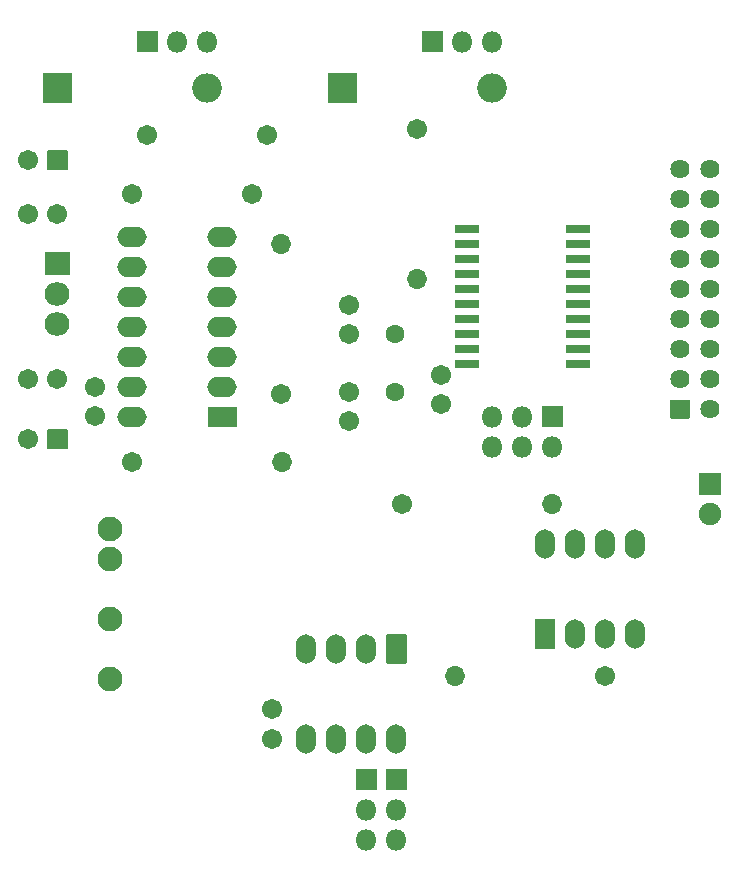
<source format=gbr>
G04 #@! TF.GenerationSoftware,KiCad,Pcbnew,(5.1.12)-1*
G04 #@! TF.CreationDate,2022-07-24T17:57:49+02:00*
G04 #@! TF.ProjectId,DMX2SGM,444d5832-5347-44d2-9e6b-696361645f70,0.2*
G04 #@! TF.SameCoordinates,Original*
G04 #@! TF.FileFunction,Soldermask,Bot*
G04 #@! TF.FilePolarity,Negative*
%FSLAX46Y46*%
G04 Gerber Fmt 4.6, Leading zero omitted, Abs format (unit mm)*
G04 Created by KiCad (PCBNEW (5.1.12)-1) date 2022-07-24 17:57:49*
%MOMM*%
%LPD*%
G01*
G04 APERTURE LIST*
%ADD10O,1.702000X1.702000*%
%ADD11C,1.702000*%
%ADD12O,2.502000X2.502000*%
%ADD13C,1.602000*%
%ADD14O,2.502000X1.702000*%
%ADD15O,2.102000X2.007000*%
%ADD16O,1.702000X2.502000*%
%ADD17O,1.802000X1.802000*%
%ADD18C,1.902000*%
%ADD19C,1.626000*%
%ADD20C,2.102000*%
G04 APERTURE END LIST*
D10*
X84963000Y-75565000D03*
D11*
X84963000Y-88265000D03*
D12*
X102870000Y-62357000D03*
G36*
G01*
X88919000Y-63557000D02*
X88919000Y-61157000D01*
G75*
G02*
X88970000Y-61106000I51000J0D01*
G01*
X91370000Y-61106000D01*
G75*
G02*
X91421000Y-61157000I0J-51000D01*
G01*
X91421000Y-63557000D01*
G75*
G02*
X91370000Y-63608000I-51000J0D01*
G01*
X88970000Y-63608000D01*
G75*
G02*
X88919000Y-63557000I0J51000D01*
G01*
G37*
D13*
X94615000Y-88065000D03*
X94615000Y-83185000D03*
D14*
X72390000Y-90170000D03*
X80010000Y-74930000D03*
X72390000Y-87630000D03*
X80010000Y-77470000D03*
X72390000Y-85090000D03*
X80010000Y-80010000D03*
X72390000Y-82550000D03*
X80010000Y-82550000D03*
X72390000Y-80010000D03*
X80010000Y-85090000D03*
X72390000Y-77470000D03*
X80010000Y-87630000D03*
X72390000Y-74930000D03*
G36*
G01*
X81261000Y-89370000D02*
X81261000Y-90970000D01*
G75*
G02*
X81210000Y-91021000I-51000J0D01*
G01*
X78810000Y-91021000D01*
G75*
G02*
X78759000Y-90970000I0J51000D01*
G01*
X78759000Y-89370000D01*
G75*
G02*
X78810000Y-89319000I51000J0D01*
G01*
X81210000Y-89319000D01*
G75*
G02*
X81261000Y-89370000I0J-51000D01*
G01*
G37*
D15*
X66040000Y-82296000D03*
X66040000Y-79756000D03*
G36*
G01*
X65040000Y-76212500D02*
X67040000Y-76212500D01*
G75*
G02*
X67091000Y-76263500I0J-51000D01*
G01*
X67091000Y-78168500D01*
G75*
G02*
X67040000Y-78219500I-51000J0D01*
G01*
X65040000Y-78219500D01*
G75*
G02*
X64989000Y-78168500I0J51000D01*
G01*
X64989000Y-76263500D01*
G75*
G02*
X65040000Y-76212500I51000J0D01*
G01*
G37*
D11*
X63540000Y-86995000D03*
X66040000Y-86995000D03*
X69215000Y-87630000D03*
X69215000Y-90130000D03*
X63540000Y-92075000D03*
G36*
G01*
X66891000Y-91275000D02*
X66891000Y-92875000D01*
G75*
G02*
X66840000Y-92926000I-51000J0D01*
G01*
X65240000Y-92926000D01*
G75*
G02*
X65189000Y-92875000I0J51000D01*
G01*
X65189000Y-91275000D01*
G75*
G02*
X65240000Y-91224000I51000J0D01*
G01*
X66840000Y-91224000D01*
G75*
G02*
X66891000Y-91275000I0J-51000D01*
G01*
G37*
X63540000Y-73025000D03*
X66040000Y-73025000D03*
X63540000Y-68453000D03*
G36*
G01*
X66891000Y-67653000D02*
X66891000Y-69253000D01*
G75*
G02*
X66840000Y-69304000I-51000J0D01*
G01*
X65240000Y-69304000D01*
G75*
G02*
X65189000Y-69253000I0J51000D01*
G01*
X65189000Y-67653000D01*
G75*
G02*
X65240000Y-67602000I51000J0D01*
G01*
X66840000Y-67602000D01*
G75*
G02*
X66891000Y-67653000I0J-51000D01*
G01*
G37*
D16*
X107315000Y-100965000D03*
X114935000Y-108585000D03*
X109855000Y-100965000D03*
X112395000Y-108585000D03*
X112395000Y-100965000D03*
X109855000Y-108585000D03*
X114935000Y-100965000D03*
G36*
G01*
X108115000Y-109836000D02*
X106515000Y-109836000D01*
G75*
G02*
X106464000Y-109785000I0J51000D01*
G01*
X106464000Y-107385000D01*
G75*
G02*
X106515000Y-107334000I51000J0D01*
G01*
X108115000Y-107334000D01*
G75*
G02*
X108166000Y-107385000I0J-51000D01*
G01*
X108166000Y-109785000D01*
G75*
G02*
X108115000Y-109836000I-51000J0D01*
G01*
G37*
X94742000Y-117475000D03*
X87122000Y-109855000D03*
X92202000Y-117475000D03*
X89662000Y-109855000D03*
X89662000Y-117475000D03*
X92202000Y-109855000D03*
X87122000Y-117475000D03*
G36*
G01*
X93942000Y-108604000D02*
X95542000Y-108604000D01*
G75*
G02*
X95593000Y-108655000I0J-51000D01*
G01*
X95593000Y-111055000D01*
G75*
G02*
X95542000Y-111106000I-51000J0D01*
G01*
X93942000Y-111106000D01*
G75*
G02*
X93891000Y-111055000I0J51000D01*
G01*
X93891000Y-108655000D01*
G75*
G02*
X93942000Y-108604000I51000J0D01*
G01*
G37*
D11*
X72360000Y-71294000D03*
X73660000Y-66294000D03*
X82520000Y-71294000D03*
X83820000Y-66294000D03*
D10*
X85090000Y-93980000D03*
D11*
X72390000Y-93980000D03*
D10*
X99695000Y-112141000D03*
D11*
X112395000Y-112141000D03*
D10*
X96520000Y-78486000D03*
D11*
X96520000Y-65786000D03*
D10*
X107950000Y-97536000D03*
D11*
X95250000Y-97536000D03*
D17*
X78740000Y-58420000D03*
X76200000Y-58420000D03*
G36*
G01*
X74510000Y-59321000D02*
X72810000Y-59321000D01*
G75*
G02*
X72759000Y-59270000I0J51000D01*
G01*
X72759000Y-57570000D01*
G75*
G02*
X72810000Y-57519000I51000J0D01*
G01*
X74510000Y-57519000D01*
G75*
G02*
X74561000Y-57570000I0J-51000D01*
G01*
X74561000Y-59270000D01*
G75*
G02*
X74510000Y-59321000I-51000J0D01*
G01*
G37*
X102870000Y-58420000D03*
X100330000Y-58420000D03*
G36*
G01*
X98640000Y-59321000D02*
X96940000Y-59321000D01*
G75*
G02*
X96889000Y-59270000I0J51000D01*
G01*
X96889000Y-57570000D01*
G75*
G02*
X96940000Y-57519000I51000J0D01*
G01*
X98640000Y-57519000D01*
G75*
G02*
X98691000Y-57570000I0J-51000D01*
G01*
X98691000Y-59270000D01*
G75*
G02*
X98640000Y-59321000I-51000J0D01*
G01*
G37*
X94742000Y-125984000D03*
X94742000Y-123444000D03*
G36*
G01*
X93841000Y-121754000D02*
X93841000Y-120054000D01*
G75*
G02*
X93892000Y-120003000I51000J0D01*
G01*
X95592000Y-120003000D01*
G75*
G02*
X95643000Y-120054000I0J-51000D01*
G01*
X95643000Y-121754000D01*
G75*
G02*
X95592000Y-121805000I-51000J0D01*
G01*
X93892000Y-121805000D01*
G75*
G02*
X93841000Y-121754000I0J51000D01*
G01*
G37*
X92202000Y-125984000D03*
X92202000Y-123444000D03*
G36*
G01*
X91301000Y-121754000D02*
X91301000Y-120054000D01*
G75*
G02*
X91352000Y-120003000I51000J0D01*
G01*
X93052000Y-120003000D01*
G75*
G02*
X93103000Y-120054000I0J-51000D01*
G01*
X93103000Y-121754000D01*
G75*
G02*
X93052000Y-121805000I-51000J0D01*
G01*
X91352000Y-121805000D01*
G75*
G02*
X91301000Y-121754000I0J51000D01*
G01*
G37*
X102870000Y-92710000D03*
X102870000Y-90170000D03*
X105410000Y-92710000D03*
X105410000Y-90170000D03*
X107950000Y-92710000D03*
G36*
G01*
X107100000Y-89269000D02*
X108800000Y-89269000D01*
G75*
G02*
X108851000Y-89320000I0J-51000D01*
G01*
X108851000Y-91020000D01*
G75*
G02*
X108800000Y-91071000I-51000J0D01*
G01*
X107100000Y-91071000D01*
G75*
G02*
X107049000Y-91020000I0J51000D01*
G01*
X107049000Y-89320000D01*
G75*
G02*
X107100000Y-89269000I51000J0D01*
G01*
G37*
D12*
X78740000Y-62357000D03*
G36*
G01*
X64789000Y-63557000D02*
X64789000Y-61157000D01*
G75*
G02*
X64840000Y-61106000I51000J0D01*
G01*
X67240000Y-61106000D01*
G75*
G02*
X67291000Y-61157000I0J-51000D01*
G01*
X67291000Y-63557000D01*
G75*
G02*
X67240000Y-63608000I-51000J0D01*
G01*
X64840000Y-63608000D01*
G75*
G02*
X64789000Y-63557000I0J51000D01*
G01*
G37*
D18*
X121285000Y-98425000D03*
G36*
G01*
X120385000Y-94934000D02*
X122185000Y-94934000D01*
G75*
G02*
X122236000Y-94985000I0J-51000D01*
G01*
X122236000Y-96785000D01*
G75*
G02*
X122185000Y-96836000I-51000J0D01*
G01*
X120385000Y-96836000D01*
G75*
G02*
X120334000Y-96785000I0J51000D01*
G01*
X120334000Y-94985000D01*
G75*
G02*
X120385000Y-94934000I51000J0D01*
G01*
G37*
D11*
X90765000Y-80685000D03*
X90765000Y-83185000D03*
X84201000Y-117435000D03*
X84201000Y-114935000D03*
X90765000Y-88065000D03*
X90765000Y-90565000D03*
X98552000Y-89114000D03*
X98552000Y-86614000D03*
D19*
X121285000Y-89535000D03*
X121285000Y-86995000D03*
X121285000Y-84455000D03*
X121285000Y-81915000D03*
X121285000Y-79375000D03*
X121285000Y-76835000D03*
X121285000Y-74295000D03*
X121285000Y-71755000D03*
X121285000Y-69215000D03*
X118745000Y-69215000D03*
X118745000Y-71755000D03*
X118745000Y-74295000D03*
X118745000Y-76835000D03*
X118745000Y-79375000D03*
X118745000Y-81915000D03*
X118745000Y-84455000D03*
X118745000Y-86995000D03*
G36*
G01*
X117932000Y-90297000D02*
X117932000Y-88773000D01*
G75*
G02*
X117983000Y-88722000I51000J0D01*
G01*
X119507000Y-88722000D01*
G75*
G02*
X119558000Y-88773000I0J-51000D01*
G01*
X119558000Y-90297000D01*
G75*
G02*
X119507000Y-90348000I-51000J0D01*
G01*
X117983000Y-90348000D01*
G75*
G02*
X117932000Y-90297000I0J51000D01*
G01*
G37*
D20*
X70485000Y-99695000D03*
X70485000Y-102235000D03*
X70485000Y-107315000D03*
X70485000Y-112395000D03*
G36*
G01*
X111136000Y-73995000D02*
X111136000Y-74595000D01*
G75*
G02*
X111085000Y-74646000I-51000J0D01*
G01*
X109135000Y-74646000D01*
G75*
G02*
X109084000Y-74595000I0J51000D01*
G01*
X109084000Y-73995000D01*
G75*
G02*
X109135000Y-73944000I51000J0D01*
G01*
X111085000Y-73944000D01*
G75*
G02*
X111136000Y-73995000I0J-51000D01*
G01*
G37*
G36*
G01*
X111136000Y-75265000D02*
X111136000Y-75865000D01*
G75*
G02*
X111085000Y-75916000I-51000J0D01*
G01*
X109135000Y-75916000D01*
G75*
G02*
X109084000Y-75865000I0J51000D01*
G01*
X109084000Y-75265000D01*
G75*
G02*
X109135000Y-75214000I51000J0D01*
G01*
X111085000Y-75214000D01*
G75*
G02*
X111136000Y-75265000I0J-51000D01*
G01*
G37*
G36*
G01*
X111136000Y-76535000D02*
X111136000Y-77135000D01*
G75*
G02*
X111085000Y-77186000I-51000J0D01*
G01*
X109135000Y-77186000D01*
G75*
G02*
X109084000Y-77135000I0J51000D01*
G01*
X109084000Y-76535000D01*
G75*
G02*
X109135000Y-76484000I51000J0D01*
G01*
X111085000Y-76484000D01*
G75*
G02*
X111136000Y-76535000I0J-51000D01*
G01*
G37*
G36*
G01*
X111136000Y-77805000D02*
X111136000Y-78405000D01*
G75*
G02*
X111085000Y-78456000I-51000J0D01*
G01*
X109135000Y-78456000D01*
G75*
G02*
X109084000Y-78405000I0J51000D01*
G01*
X109084000Y-77805000D01*
G75*
G02*
X109135000Y-77754000I51000J0D01*
G01*
X111085000Y-77754000D01*
G75*
G02*
X111136000Y-77805000I0J-51000D01*
G01*
G37*
G36*
G01*
X111136000Y-79075000D02*
X111136000Y-79675000D01*
G75*
G02*
X111085000Y-79726000I-51000J0D01*
G01*
X109135000Y-79726000D01*
G75*
G02*
X109084000Y-79675000I0J51000D01*
G01*
X109084000Y-79075000D01*
G75*
G02*
X109135000Y-79024000I51000J0D01*
G01*
X111085000Y-79024000D01*
G75*
G02*
X111136000Y-79075000I0J-51000D01*
G01*
G37*
G36*
G01*
X111136000Y-80345000D02*
X111136000Y-80945000D01*
G75*
G02*
X111085000Y-80996000I-51000J0D01*
G01*
X109135000Y-80996000D01*
G75*
G02*
X109084000Y-80945000I0J51000D01*
G01*
X109084000Y-80345000D01*
G75*
G02*
X109135000Y-80294000I51000J0D01*
G01*
X111085000Y-80294000D01*
G75*
G02*
X111136000Y-80345000I0J-51000D01*
G01*
G37*
G36*
G01*
X111136000Y-81615000D02*
X111136000Y-82215000D01*
G75*
G02*
X111085000Y-82266000I-51000J0D01*
G01*
X109135000Y-82266000D01*
G75*
G02*
X109084000Y-82215000I0J51000D01*
G01*
X109084000Y-81615000D01*
G75*
G02*
X109135000Y-81564000I51000J0D01*
G01*
X111085000Y-81564000D01*
G75*
G02*
X111136000Y-81615000I0J-51000D01*
G01*
G37*
G36*
G01*
X111136000Y-82885000D02*
X111136000Y-83485000D01*
G75*
G02*
X111085000Y-83536000I-51000J0D01*
G01*
X109135000Y-83536000D01*
G75*
G02*
X109084000Y-83485000I0J51000D01*
G01*
X109084000Y-82885000D01*
G75*
G02*
X109135000Y-82834000I51000J0D01*
G01*
X111085000Y-82834000D01*
G75*
G02*
X111136000Y-82885000I0J-51000D01*
G01*
G37*
G36*
G01*
X111136000Y-84155000D02*
X111136000Y-84755000D01*
G75*
G02*
X111085000Y-84806000I-51000J0D01*
G01*
X109135000Y-84806000D01*
G75*
G02*
X109084000Y-84755000I0J51000D01*
G01*
X109084000Y-84155000D01*
G75*
G02*
X109135000Y-84104000I51000J0D01*
G01*
X111085000Y-84104000D01*
G75*
G02*
X111136000Y-84155000I0J-51000D01*
G01*
G37*
G36*
G01*
X111136000Y-85425000D02*
X111136000Y-86025000D01*
G75*
G02*
X111085000Y-86076000I-51000J0D01*
G01*
X109135000Y-86076000D01*
G75*
G02*
X109084000Y-86025000I0J51000D01*
G01*
X109084000Y-85425000D01*
G75*
G02*
X109135000Y-85374000I51000J0D01*
G01*
X111085000Y-85374000D01*
G75*
G02*
X111136000Y-85425000I0J-51000D01*
G01*
G37*
G36*
G01*
X101736000Y-85425000D02*
X101736000Y-86025000D01*
G75*
G02*
X101685000Y-86076000I-51000J0D01*
G01*
X99735000Y-86076000D01*
G75*
G02*
X99684000Y-86025000I0J51000D01*
G01*
X99684000Y-85425000D01*
G75*
G02*
X99735000Y-85374000I51000J0D01*
G01*
X101685000Y-85374000D01*
G75*
G02*
X101736000Y-85425000I0J-51000D01*
G01*
G37*
G36*
G01*
X101736000Y-84155000D02*
X101736000Y-84755000D01*
G75*
G02*
X101685000Y-84806000I-51000J0D01*
G01*
X99735000Y-84806000D01*
G75*
G02*
X99684000Y-84755000I0J51000D01*
G01*
X99684000Y-84155000D01*
G75*
G02*
X99735000Y-84104000I51000J0D01*
G01*
X101685000Y-84104000D01*
G75*
G02*
X101736000Y-84155000I0J-51000D01*
G01*
G37*
G36*
G01*
X101736000Y-82885000D02*
X101736000Y-83485000D01*
G75*
G02*
X101685000Y-83536000I-51000J0D01*
G01*
X99735000Y-83536000D01*
G75*
G02*
X99684000Y-83485000I0J51000D01*
G01*
X99684000Y-82885000D01*
G75*
G02*
X99735000Y-82834000I51000J0D01*
G01*
X101685000Y-82834000D01*
G75*
G02*
X101736000Y-82885000I0J-51000D01*
G01*
G37*
G36*
G01*
X101736000Y-81615000D02*
X101736000Y-82215000D01*
G75*
G02*
X101685000Y-82266000I-51000J0D01*
G01*
X99735000Y-82266000D01*
G75*
G02*
X99684000Y-82215000I0J51000D01*
G01*
X99684000Y-81615000D01*
G75*
G02*
X99735000Y-81564000I51000J0D01*
G01*
X101685000Y-81564000D01*
G75*
G02*
X101736000Y-81615000I0J-51000D01*
G01*
G37*
G36*
G01*
X101736000Y-80345000D02*
X101736000Y-80945000D01*
G75*
G02*
X101685000Y-80996000I-51000J0D01*
G01*
X99735000Y-80996000D01*
G75*
G02*
X99684000Y-80945000I0J51000D01*
G01*
X99684000Y-80345000D01*
G75*
G02*
X99735000Y-80294000I51000J0D01*
G01*
X101685000Y-80294000D01*
G75*
G02*
X101736000Y-80345000I0J-51000D01*
G01*
G37*
G36*
G01*
X101736000Y-79075000D02*
X101736000Y-79675000D01*
G75*
G02*
X101685000Y-79726000I-51000J0D01*
G01*
X99735000Y-79726000D01*
G75*
G02*
X99684000Y-79675000I0J51000D01*
G01*
X99684000Y-79075000D01*
G75*
G02*
X99735000Y-79024000I51000J0D01*
G01*
X101685000Y-79024000D01*
G75*
G02*
X101736000Y-79075000I0J-51000D01*
G01*
G37*
G36*
G01*
X101736000Y-77805000D02*
X101736000Y-78405000D01*
G75*
G02*
X101685000Y-78456000I-51000J0D01*
G01*
X99735000Y-78456000D01*
G75*
G02*
X99684000Y-78405000I0J51000D01*
G01*
X99684000Y-77805000D01*
G75*
G02*
X99735000Y-77754000I51000J0D01*
G01*
X101685000Y-77754000D01*
G75*
G02*
X101736000Y-77805000I0J-51000D01*
G01*
G37*
G36*
G01*
X101736000Y-76535000D02*
X101736000Y-77135000D01*
G75*
G02*
X101685000Y-77186000I-51000J0D01*
G01*
X99735000Y-77186000D01*
G75*
G02*
X99684000Y-77135000I0J51000D01*
G01*
X99684000Y-76535000D01*
G75*
G02*
X99735000Y-76484000I51000J0D01*
G01*
X101685000Y-76484000D01*
G75*
G02*
X101736000Y-76535000I0J-51000D01*
G01*
G37*
G36*
G01*
X101736000Y-75265000D02*
X101736000Y-75865000D01*
G75*
G02*
X101685000Y-75916000I-51000J0D01*
G01*
X99735000Y-75916000D01*
G75*
G02*
X99684000Y-75865000I0J51000D01*
G01*
X99684000Y-75265000D01*
G75*
G02*
X99735000Y-75214000I51000J0D01*
G01*
X101685000Y-75214000D01*
G75*
G02*
X101736000Y-75265000I0J-51000D01*
G01*
G37*
G36*
G01*
X101736000Y-73995000D02*
X101736000Y-74595000D01*
G75*
G02*
X101685000Y-74646000I-51000J0D01*
G01*
X99735000Y-74646000D01*
G75*
G02*
X99684000Y-74595000I0J51000D01*
G01*
X99684000Y-73995000D01*
G75*
G02*
X99735000Y-73944000I51000J0D01*
G01*
X101685000Y-73944000D01*
G75*
G02*
X101736000Y-73995000I0J-51000D01*
G01*
G37*
M02*

</source>
